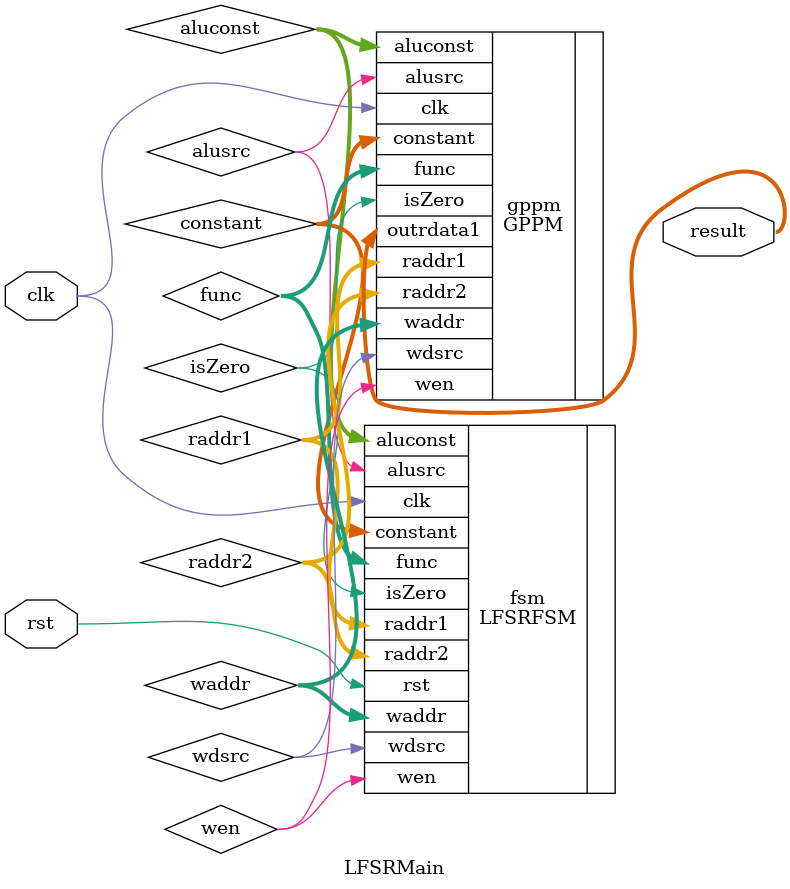
<source format=v>
module LFSRMain(
    input clk,
    input rst,
    output [31:0] result
);
    wire [3:0] raddr1;
    wire [3:0] raddr2;
    wire isZero;
    wire wen;
    wire [3:0] waddr;
    wire wdsrc;
    wire [3:0] func;
    wire [31:0] constant;
    wire alusrc;
    wire [31:0] aluconst;

    LFSRFSM fsm (
        .clk (clk),
        .rst (rst),
        .isZero (isZero),
        .raddr1 (raddr1),
        .raddr2 (raddr2),
        .wen (wen),
        .waddr (waddr),
        .wdsrc (wdsrc),
        .func (func),
        .constant (constant),
        .alusrc(alusrc),
        .aluconst(aluconst)
    );

    GPPM gppm (
        .clk (clk),
        .raddr1 (raddr1),
        .raddr2 (raddr2),
        .wen (wen),
        .waddr (waddr),
        .wdsrc (wdsrc),
        .func (func),
        .constant (constant),
        .alusrc(alusrc),
        .aluconst(aluconst),
        .isZero (isZero),
        .outrdata1(result)
    );
endmodule

</source>
